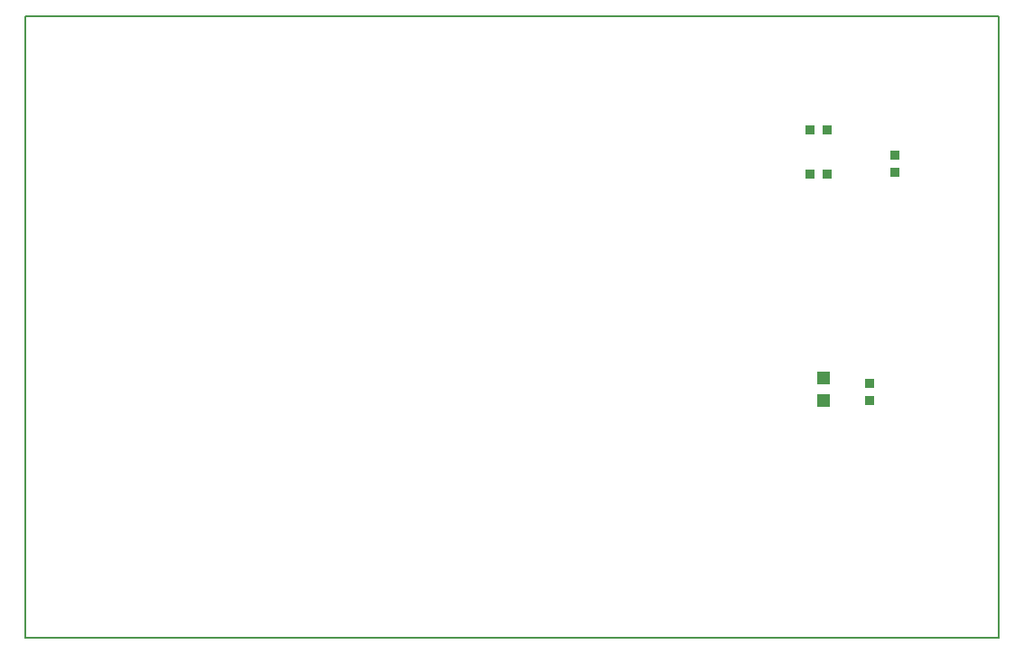
<source format=gtp>
G04 Layer_Color=8421504*
%FSLAX43Y43*%
%MOMM*%
G71*
G01*
G75*
%ADD10R,0.900X0.900*%
%ADD11R,1.200X1.200*%
%ADD12R,0.900X0.900*%
%ADD16C,0.127*%
D10*
X73603Y43555D02*
D03*
X75203D02*
D03*
X73603Y47640D02*
D03*
X75203D02*
D03*
D11*
X74828Y24369D02*
D03*
Y22269D02*
D03*
D12*
X81519Y43704D02*
D03*
Y45304D02*
D03*
X79168Y22277D02*
D03*
Y23877D02*
D03*
D16*
X0Y-0D02*
Y58351D01*
X91322D01*
Y-0D02*
Y58351D01*
X0Y-0D02*
X91322D01*
M02*

</source>
